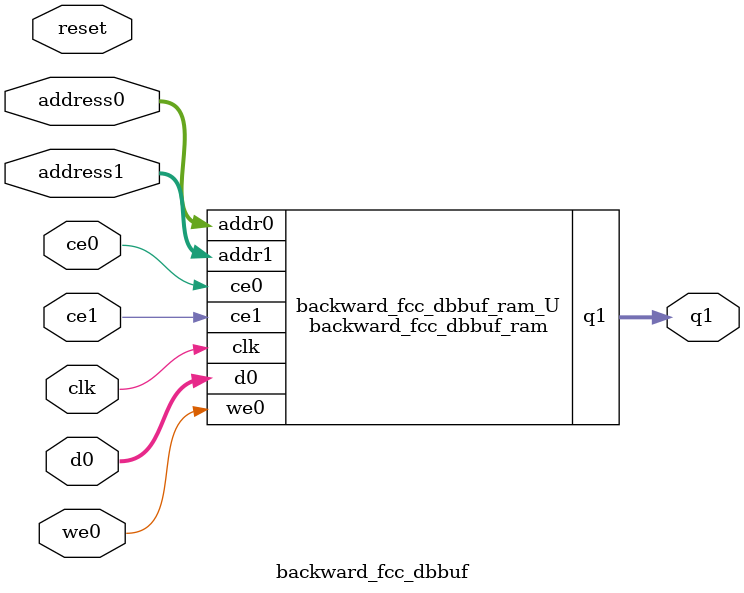
<source format=v>
`timescale 1 ns / 1 ps
module backward_fcc_dbbuf_ram (addr0, ce0, d0, we0, addr1, ce1, q1,  clk);

parameter DWIDTH = 32;
parameter AWIDTH = 7;
parameter MEM_SIZE = 100;

input[AWIDTH-1:0] addr0;
input ce0;
input[DWIDTH-1:0] d0;
input we0;
input[AWIDTH-1:0] addr1;
input ce1;
output reg[DWIDTH-1:0] q1;
input clk;

reg [DWIDTH-1:0] ram[0:MEM_SIZE-1];




always @(posedge clk)  
begin 
    if (ce0) begin
        if (we0) 
            ram[addr0] <= d0; 
    end
end


always @(posedge clk)  
begin 
    if (ce1) begin
        q1 <= ram[addr1];
    end
end


endmodule

`timescale 1 ns / 1 ps
module backward_fcc_dbbuf(
    reset,
    clk,
    address0,
    ce0,
    we0,
    d0,
    address1,
    ce1,
    q1);

parameter DataWidth = 32'd32;
parameter AddressRange = 32'd100;
parameter AddressWidth = 32'd7;
input reset;
input clk;
input[AddressWidth - 1:0] address0;
input ce0;
input we0;
input[DataWidth - 1:0] d0;
input[AddressWidth - 1:0] address1;
input ce1;
output[DataWidth - 1:0] q1;



backward_fcc_dbbuf_ram backward_fcc_dbbuf_ram_U(
    .clk( clk ),
    .addr0( address0 ),
    .ce0( ce0 ),
    .we0( we0 ),
    .d0( d0 ),
    .addr1( address1 ),
    .ce1( ce1 ),
    .q1( q1 ));

endmodule


</source>
